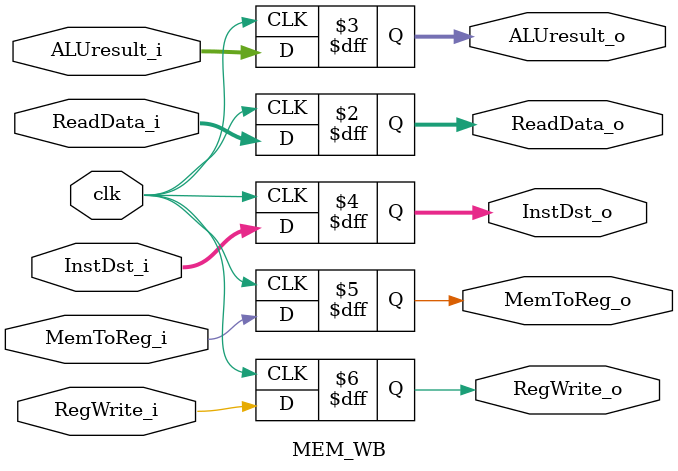
<source format=v>
module MEM_WB(
  clk,
  MemToReg_o, MemToReg_i,
  RegWrite_o, RegWrite_i,
  
  ReadData_o, ReadData_i,
  ALUresult_o, ALUresult_i,
  InstDst_o, InstDst_i
);
  input clk;
  input [31:0] ReadData_i;
  output [31:0] ReadData_o;
  reg [31:0] ReadData_o;
  
  input [31:0] ALUresult_i;
  output [31:0] ALUresult_o;
  reg [31:0] ALUresult_o;
  
  input [4:0] InstDst_i;
  output [4:0] InstDst_o;
  reg [4:0] InstDst_o;
   
//===== WB stage ======/
  input MemToReg_i;
  output MemToReg_o;
  reg MemToReg_o;  
  
  input RegWrite_i;
  output RegWrite_o;
  reg RegWrite_o;
  
always@(posedge clk) begin
   ReadData_o <= ReadData_i;
   ALUresult_o <= ALUresult_i;
   InstDst_o   <=  InstDst_i;

   MemToReg_o <= MemToReg_i;
   RegWrite_o <= RegWrite_i;
end  

endmodule

</source>
